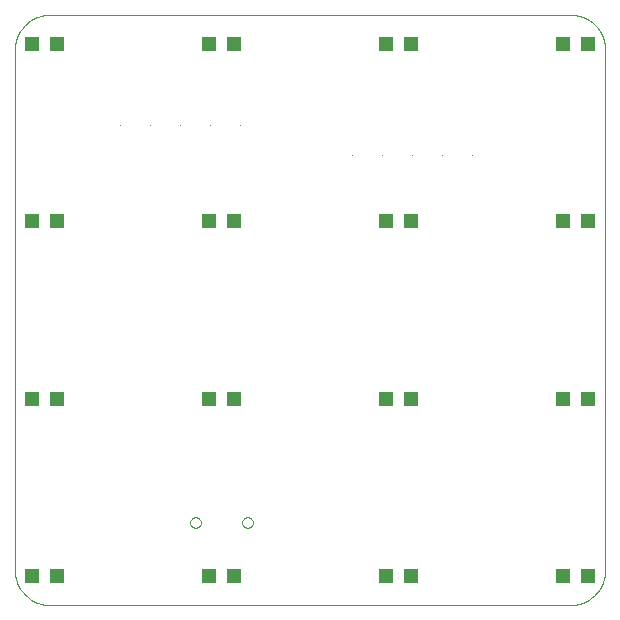
<source format=gtp>
G75*
G70*
%OFA0B0*%
%FSLAX24Y24*%
%IPPOS*%
%LPD*%
%AMOC8*
5,1,8,0,0,1.08239X$1,22.5*
%
%ADD10C,0.0001*%
%ADD11C,0.0000*%
%ADD12R,0.0472X0.0472*%
D10*
X000504Y001685D02*
X000504Y019008D01*
X000506Y019074D01*
X000511Y019140D01*
X000521Y019206D01*
X000534Y019271D01*
X000550Y019335D01*
X000570Y019398D01*
X000594Y019460D01*
X000621Y019520D01*
X000651Y019579D01*
X000685Y019636D01*
X000722Y019691D01*
X000762Y019744D01*
X000804Y019795D01*
X000850Y019843D01*
X000898Y019889D01*
X000949Y019931D01*
X001002Y019971D01*
X001057Y020008D01*
X001114Y020042D01*
X001173Y020072D01*
X001233Y020099D01*
X001295Y020123D01*
X001358Y020143D01*
X001422Y020159D01*
X001487Y020172D01*
X001553Y020182D01*
X001619Y020187D01*
X001685Y020189D01*
X019008Y020189D01*
X019074Y020187D01*
X019140Y020182D01*
X019206Y020172D01*
X019271Y020159D01*
X019335Y020143D01*
X019398Y020123D01*
X019460Y020099D01*
X019520Y020072D01*
X019579Y020042D01*
X019636Y020008D01*
X019691Y019971D01*
X019744Y019931D01*
X019795Y019889D01*
X019843Y019843D01*
X019889Y019795D01*
X019931Y019744D01*
X019971Y019691D01*
X020008Y019636D01*
X020042Y019579D01*
X020072Y019520D01*
X020099Y019460D01*
X020123Y019398D01*
X020143Y019335D01*
X020159Y019271D01*
X020172Y019206D01*
X020182Y019140D01*
X020187Y019074D01*
X020189Y019008D01*
X020189Y001685D01*
X020187Y001619D01*
X020182Y001553D01*
X020172Y001487D01*
X020159Y001422D01*
X020143Y001358D01*
X020123Y001295D01*
X020099Y001233D01*
X020072Y001173D01*
X020042Y001114D01*
X020008Y001057D01*
X019971Y001002D01*
X019931Y000949D01*
X019889Y000898D01*
X019843Y000850D01*
X019795Y000804D01*
X019744Y000762D01*
X019691Y000722D01*
X019636Y000685D01*
X019579Y000651D01*
X019520Y000621D01*
X019460Y000594D01*
X019398Y000570D01*
X019335Y000550D01*
X019271Y000534D01*
X019206Y000521D01*
X019140Y000511D01*
X019074Y000506D01*
X019008Y000504D01*
X001685Y000504D01*
X001619Y000506D01*
X001553Y000511D01*
X001487Y000521D01*
X001422Y000534D01*
X001358Y000550D01*
X001295Y000570D01*
X001233Y000594D01*
X001173Y000621D01*
X001114Y000651D01*
X001057Y000685D01*
X001002Y000722D01*
X000949Y000762D01*
X000898Y000804D01*
X000850Y000850D01*
X000804Y000898D01*
X000762Y000949D01*
X000722Y001002D01*
X000685Y001057D01*
X000651Y001114D01*
X000621Y001173D01*
X000594Y001233D01*
X000570Y001295D01*
X000550Y001358D01*
X000534Y001422D01*
X000521Y001487D01*
X000511Y001553D01*
X000506Y001619D01*
X000504Y001685D01*
D11*
X006351Y003260D02*
X006353Y003286D01*
X006359Y003312D01*
X006369Y003337D01*
X006382Y003360D01*
X006398Y003380D01*
X006418Y003398D01*
X006440Y003413D01*
X006463Y003425D01*
X006489Y003433D01*
X006515Y003437D01*
X006541Y003437D01*
X006567Y003433D01*
X006593Y003425D01*
X006617Y003413D01*
X006638Y003398D01*
X006658Y003380D01*
X006674Y003360D01*
X006687Y003337D01*
X006697Y003312D01*
X006703Y003286D01*
X006705Y003260D01*
X006703Y003234D01*
X006697Y003208D01*
X006687Y003183D01*
X006674Y003160D01*
X006658Y003140D01*
X006638Y003122D01*
X006616Y003107D01*
X006593Y003095D01*
X006567Y003087D01*
X006541Y003083D01*
X006515Y003083D01*
X006489Y003087D01*
X006463Y003095D01*
X006439Y003107D01*
X006418Y003122D01*
X006398Y003140D01*
X006382Y003160D01*
X006369Y003183D01*
X006359Y003208D01*
X006353Y003234D01*
X006351Y003260D01*
X008083Y003260D02*
X008085Y003286D01*
X008091Y003312D01*
X008101Y003337D01*
X008114Y003360D01*
X008130Y003380D01*
X008150Y003398D01*
X008172Y003413D01*
X008195Y003425D01*
X008221Y003433D01*
X008247Y003437D01*
X008273Y003437D01*
X008299Y003433D01*
X008325Y003425D01*
X008349Y003413D01*
X008370Y003398D01*
X008390Y003380D01*
X008406Y003360D01*
X008419Y003337D01*
X008429Y003312D01*
X008435Y003286D01*
X008437Y003260D01*
X008435Y003234D01*
X008429Y003208D01*
X008419Y003183D01*
X008406Y003160D01*
X008390Y003140D01*
X008370Y003122D01*
X008348Y003107D01*
X008325Y003095D01*
X008299Y003087D01*
X008273Y003083D01*
X008247Y003083D01*
X008221Y003087D01*
X008195Y003095D01*
X008171Y003107D01*
X008150Y003122D01*
X008130Y003140D01*
X008114Y003160D01*
X008101Y003183D01*
X008091Y003208D01*
X008085Y003234D01*
X008083Y003260D01*
X011753Y015504D02*
X011753Y015505D01*
X011754Y015505D01*
X011755Y015505D01*
X011755Y015504D01*
X011755Y015503D01*
X011754Y015503D01*
X011753Y015503D01*
X011753Y015504D01*
X012753Y015504D02*
X012753Y015505D01*
X012754Y015505D01*
X012755Y015505D01*
X012755Y015504D01*
X012755Y015503D01*
X012754Y015503D01*
X012753Y015503D01*
X012753Y015504D01*
X013753Y015504D02*
X013753Y015505D01*
X013754Y015505D01*
X013755Y015505D01*
X013755Y015504D01*
X013755Y015503D01*
X013754Y015503D01*
X013753Y015503D01*
X013753Y015504D01*
X014753Y015504D02*
X014753Y015505D01*
X014754Y015505D01*
X014755Y015505D01*
X014755Y015504D01*
X014755Y015503D01*
X014754Y015503D01*
X014753Y015503D01*
X014753Y015504D01*
X015753Y015504D02*
X015753Y015505D01*
X015754Y015505D01*
X015755Y015505D01*
X015755Y015504D01*
X015755Y015503D01*
X015754Y015503D01*
X015753Y015503D01*
X015753Y015504D01*
X008003Y016504D02*
X008003Y016505D01*
X008004Y016505D01*
X008005Y016505D01*
X008005Y016504D01*
X008005Y016503D01*
X008004Y016503D01*
X008003Y016503D01*
X008003Y016504D01*
X007003Y016504D02*
X007003Y016505D01*
X007004Y016505D01*
X007005Y016505D01*
X007005Y016504D01*
X007005Y016503D01*
X007004Y016503D01*
X007003Y016503D01*
X007003Y016504D01*
X006003Y016504D02*
X006003Y016505D01*
X006004Y016505D01*
X006005Y016505D01*
X006005Y016504D01*
X006005Y016503D01*
X006004Y016503D01*
X006003Y016503D01*
X006003Y016504D01*
X005003Y016504D02*
X005003Y016505D01*
X005004Y016505D01*
X005005Y016505D01*
X005005Y016504D01*
X005005Y016503D01*
X005004Y016503D01*
X005003Y016503D01*
X005003Y016504D01*
X004003Y016504D02*
X004003Y016505D01*
X004004Y016505D01*
X004005Y016505D01*
X004005Y016504D01*
X004005Y016503D01*
X004004Y016503D01*
X004003Y016503D01*
X004003Y016504D01*
D12*
X001075Y001488D03*
X001902Y001488D03*
X006980Y001488D03*
X007807Y001488D03*
X012886Y001488D03*
X013713Y001488D03*
X018791Y001488D03*
X019618Y001488D03*
X019618Y007394D03*
X018791Y007394D03*
X013713Y007394D03*
X012886Y007394D03*
X007807Y007394D03*
X006980Y007394D03*
X001902Y007394D03*
X001075Y007394D03*
X001075Y013299D03*
X001902Y013299D03*
X006980Y013299D03*
X007807Y013299D03*
X012886Y013299D03*
X013713Y013299D03*
X018791Y013299D03*
X019618Y013299D03*
X019618Y019205D03*
X018791Y019205D03*
X013713Y019205D03*
X012886Y019205D03*
X007807Y019205D03*
X006980Y019205D03*
X001902Y019205D03*
X001075Y019205D03*
M02*

</source>
